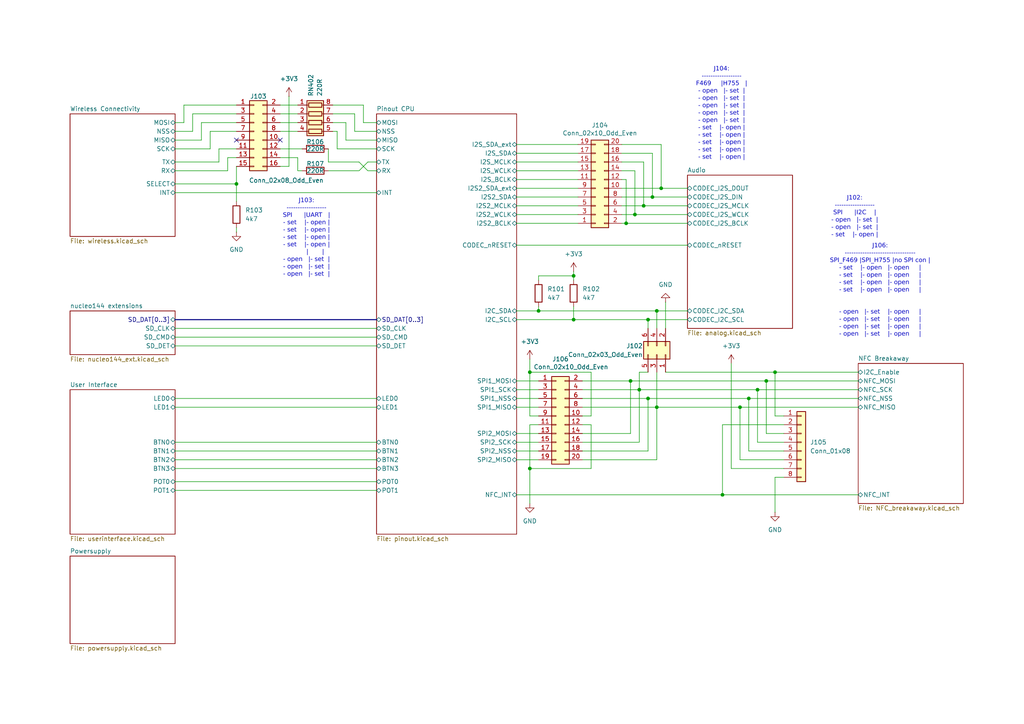
<source format=kicad_sch>
(kicad_sch (version 20250114) (generator "eeschema") (generator_version "9.0")
  (paper "A4")
  (title_block (title "Voicemail-Box Shield") (date "2025-03-12"))
  (lib_symbols
    (symbol "+3V3_1" (power) (pin_numbers (hide yes)) (pin_names (offset 0) (hide yes))
      (property "Value" "+3V3" (at 0 3.556 0))
      (symbol "+3V3_1_0_1"
        (polyline (pts (xy -0.762 1.27) (xy 0 2.54)))
        (polyline (pts (xy 0 2.54) (xy 0.762 1.27)))
        (polyline (pts (xy 0 0) (xy 0 2.54)))
      )
      (symbol "+3V3_1_1_1"
        (pin power_in line (at 0 0 90) (length 0) (name "~") (number "1"))
      )
    )
    (symbol "Connector_Generic:Conn_01x08" (pin_names (offset 1.016) (hide yes))
      (property "Reference" "J" (at 0 10.16 0))
      (property "Value" "Conn_01x08" (at 0 -12.7 0))
      (symbol "Conn_01x08_1_1"
        (rectangle (start -1.27 8.89) (end 1.27 -11.43) (stroke (width 0.254)) (fill (type background)))
        (rectangle (start -1.27 7.747) (end 0 7.493) (stroke (width 0.1524)))
        (rectangle (start -1.27 5.207) (end 0 4.953) (stroke (width 0.1524)))
        (rectangle (start -1.27 2.667) (end 0 2.413) (stroke (width 0.1524)))
        (rectangle (start -1.27 0.127) (end 0 -0.127) (stroke (width 0.1524)))
        (rectangle (start -1.27 -2.413) (end 0 -2.667) (stroke (width 0.1524)))
        (rectangle (start -1.27 -4.953) (end 0 -5.207) (stroke (width 0.1524)))
        (rectangle (start -1.27 -7.493) (end 0 -7.747) (stroke (width 0.1524)))
        (rectangle (start -1.27 -10.033) (end 0 -10.287) (stroke (width 0.1524)))
        (pin passive line (at -5.08 7.62 0) (length 3.81) (name "Pin_1") (number "1"))
        (pin passive line (at -5.08 5.08 0) (length 3.81) (name "Pin_2") (number "2"))
        (pin passive line (at -5.08 2.54 0) (length 3.81) (name "Pin_3") (number "3"))
        (pin passive line (at -5.08 0 0) (length 3.81) (name "Pin_4") (number "4"))
        (pin passive line (at -5.08 -2.54 0) (length 3.81) (name "Pin_5") (number "5"))
        (pin passive line (at -5.08 -5.08 0) (length 3.81) (name "Pin_6") (number "6"))
        (pin passive line (at -5.08 -7.62 0) (length 3.81) (name "Pin_7") (number "7"))
        (pin passive line (at -5.08 -10.16 0) (length 3.81) (name "Pin_8") (number "8"))
      )
    )
    (symbol "Connector_Generic:Conn_02x03_Odd_Even" (pin_names (offset 1.016) (hide yes))
      (property "Reference" "J" (at 1.27 5.08 0))
      (property "Value" "Conn_02x03_Odd_Even" (at 1.27 -5.08 0))
      (symbol "Conn_02x03_Odd_Even_1_1"
        (rectangle (start -1.27 3.81) (end 3.81 -3.81) (stroke (width 0.254)) (fill (type background)))
        (rectangle (start -1.27 2.667) (end 0 2.413) (stroke (width 0.1524)))
        (rectangle (start -1.27 0.127) (end 0 -0.127) (stroke (width 0.1524)))
        (rectangle (start -1.27 -2.413) (end 0 -2.667) (stroke (width 0.1524)))
        (rectangle (start 3.81 2.667) (end 2.54 2.413) (stroke (width 0.1524)))
        (rectangle (start 3.81 0.127) (end 2.54 -0.127) (stroke (width 0.1524)))
        (rectangle (start 3.81 -2.413) (end 2.54 -2.667) (stroke (width 0.1524)))
        (pin passive line (at -5.08 2.54 0) (length 3.81) (name "Pin_1") (number "1"))
        (pin passive line (at -5.08 0 0) (length 3.81) (name "Pin_3") (number "3"))
        (pin passive line (at -5.08 -2.54 0) (length 3.81) (name "Pin_5") (number "5"))
        (pin passive line (at 7.62 2.54 180) (length 3.81) (name "Pin_2") (number "2"))
        (pin passive line (at 7.62 0 180) (length 3.81) (name "Pin_4") (number "4"))
        (pin passive line (at 7.62 -2.54 180) (length 3.81) (name "Pin_6") (number "6"))
      )
    )
    (symbol "Connector_Generic:Conn_02x08_Odd_Even" (pin_names (offset 1.016) (hide yes))
      (property "Reference" "J" (at 1.27 10.16 0))
      (property "Value" "Conn_02x08_Odd_Even" (at 1.27 -12.7 0))
      (symbol "Conn_02x08_Odd_Even_1_1"
        (rectangle (start -1.27 8.89) (end 3.81 -11.43) (stroke (width 0.254)) (fill (type background)))
        (rectangle (start -1.27 7.747) (end 0 7.493) (stroke (width 0.1524)))
        (rectangle (start -1.27 5.207) (end 0 4.953) (stroke (width 0.1524)))
        (rectangle (start -1.27 2.667) (end 0 2.413) (stroke (width 0.1524)))
        (rectangle (start -1.27 0.127) (end 0 -0.127) (stroke (width 0.1524)))
        (rectangle (start -1.27 -2.413) (end 0 -2.667) (stroke (width 0.1524)))
        (rectangle (start -1.27 -4.953) (end 0 -5.207) (stroke (width 0.1524)))
        (rectangle (start -1.27 -7.493) (end 0 -7.747) (stroke (width 0.1524)))
        (rectangle (start -1.27 -10.033) (end 0 -10.287) (stroke (width 0.1524)))
        (rectangle (start 3.81 7.747) (end 2.54 7.493) (stroke (width 0.1524)))
        (rectangle (start 3.81 5.207) (end 2.54 4.953) (stroke (width 0.1524)))
        (rectangle (start 3.81 2.667) (end 2.54 2.413) (stroke (width 0.1524)))
        (rectangle (start 3.81 0.127) (end 2.54 -0.127) (stroke (width 0.1524)))
        (rectangle (start 3.81 -2.413) (end 2.54 -2.667) (stroke (width 0.1524)))
        (rectangle (start 3.81 -4.953) (end 2.54 -5.207) (stroke (width 0.1524)))
        (rectangle (start 3.81 -7.493) (end 2.54 -7.747) (stroke (width 0.1524)))
        (rectangle (start 3.81 -10.033) (end 2.54 -10.287) (stroke (width 0.1524)))
        (pin passive line (at -5.08 7.62 0) (length 3.81) (name "Pin_1") (number "1"))
        (pin passive line (at -5.08 5.08 0) (length 3.81) (name "Pin_3") (number "3"))
        (pin passive line (at -5.08 2.54 0) (length 3.81) (name "Pin_5") (number "5"))
        (pin passive line (at -5.08 0 0) (length 3.81) (name "Pin_7") (number "7"))
        (pin passive line (at -5.08 -2.54 0) (length 3.81) (name "Pin_9") (number "9"))
        (pin passive line (at -5.08 -5.08 0) (length 3.81) (name "Pin_11") (number "11"))
        (pin passive line (at -5.08 -7.62 0) (length 3.81) (name "Pin_13") (number "13"))
        (pin passive line (at -5.08 -10.16 0) (length 3.81) (name "Pin_15") (number "15"))
        (pin passive line (at 7.62 7.62 180) (length 3.81) (name "Pin_2") (number "2"))
        (pin passive line (at 7.62 5.08 180) (length 3.81) (name "Pin_4") (number "4"))
        (pin passive line (at 7.62 2.54 180) (length 3.81) (name "Pin_6") (number "6"))
        (pin passive line (at 7.62 0 180) (length 3.81) (name "Pin_8") (number "8"))
        (pin passive line (at 7.62 -2.54 180) (length 3.81) (name "Pin_10") (number "10"))
        (pin passive line (at 7.62 -5.08 180) (length 3.81) (name "Pin_12") (number "12"))
        (pin passive line (at 7.62 -7.62 180) (length 3.81) (name "Pin_14") (number "14"))
        (pin passive line (at 7.62 -10.16 180) (length 3.81) (name "Pin_16") (number "16"))
      )
    )
    (symbol "Connector_Generic:Conn_02x10_Odd_Even" (pin_names (offset 1.016) (hide yes))
      (property "Reference" "J" (at 1.27 12.7 0))
      (property "Value" "Conn_02x10_Odd_Even" (at 1.27 -15.24 0))
      (symbol "Conn_02x10_Odd_Even_1_1"
        (rectangle (start -1.27 11.43) (end 3.81 -13.97) (stroke (width 0.254)) (fill (type background)))
        (rectangle (start -1.27 10.287) (end 0 10.033) (stroke (width 0.1524)))
        (rectangle (start -1.27 7.747) (end 0 7.493) (stroke (width 0.1524)))
        (rectangle (start -1.27 5.207) (end 0 4.953) (stroke (width 0.1524)))
        (rectangle (start -1.27 2.667) (end 0 2.413) (stroke (width 0.1524)))
        (rectangle (start -1.27 0.127) (end 0 -0.127) (stroke (width 0.1524)))
        (rectangle (start -1.27 -2.413) (end 0 -2.667) (stroke (width 0.1524)))
        (rectangle (start -1.27 -4.953) (end 0 -5.207) (stroke (width 0.1524)))
        (rectangle (start -1.27 -7.493) (end 0 -7.747) (stroke (width 0.1524)))
        (rectangle (start -1.27 -10.033) (end 0 -10.287) (stroke (width 0.1524)))
        (rectangle (start -1.27 -12.573) (end 0 -12.827) (stroke (width 0.1524)))
        (rectangle (start 3.81 10.287) (end 2.54 10.033) (stroke (width 0.1524)))
        (rectangle (start 3.81 7.747) (end 2.54 7.493) (stroke (width 0.1524)))
        (rectangle (start 3.81 5.207) (end 2.54 4.953) (stroke (width 0.1524)))
        (rectangle (start 3.81 2.667) (end 2.54 2.413) (stroke (width 0.1524)))
        (rectangle (start 3.81 0.127) (end 2.54 -0.127) (stroke (width 0.1524)))
        (rectangle (start 3.81 -2.413) (end 2.54 -2.667) (stroke (width 0.1524)))
        (rectangle (start 3.81 -4.953) (end 2.54 -5.207) (stroke (width 0.1524)))
        (rectangle (start 3.81 -7.493) (end 2.54 -7.747) (stroke (width 0.1524)))
        (rectangle (start 3.81 -10.033) (end 2.54 -10.287) (stroke (width 0.1524)))
        (rectangle (start 3.81 -12.573) (end 2.54 -12.827) (stroke (width 0.1524)))
        (pin passive line (at -5.08 10.16 0) (length 3.81) (name "Pin_1") (number "1"))
        (pin passive line (at -5.08 7.62 0) (length 3.81) (name "Pin_3") (number "3"))
        (pin passive line (at -5.08 5.08 0) (length 3.81) (name "Pin_5") (number "5"))
        (pin passive line (at -5.08 2.54 0) (length 3.81) (name "Pin_7") (number "7"))
        (pin passive line (at -5.08 0 0) (length 3.81) (name "Pin_9") (number "9"))
        (pin passive line (at -5.08 -2.54 0) (length 3.81) (name "Pin_11") (number "11"))
        (pin passive line (at -5.08 -5.08 0) (length 3.81) (name "Pin_13") (number "13"))
        (pin passive line (at -5.08 -7.62 0) (length 3.81) (name "Pin_15") (number "15"))
        (pin passive line (at -5.08 -10.16 0) (length 3.81) (name "Pin_17") (number "17"))
        (pin passive line (at -5.08 -12.7 0) (length 3.81) (name "Pin_19") (number "19"))
        (pin passive line (at 7.62 10.16 180) (length 3.81) (name "Pin_2") (number "2"))
        (pin passive line (at 7.62 7.62 180) (length 3.81) (name "Pin_4") (number "4"))
        (pin passive line (at 7.62 5.08 180) (length 3.81) (name "Pin_6") (number "6"))
        (pin passive line (at 7.62 2.54 180) (length 3.81) (name "Pin_8") (number "8"))
        (pin passive line (at 7.62 0 180) (length 3.81) (name "Pin_10") (number "10"))
        (pin passive line (at 7.62 -2.54 180) (length 3.81) (name "Pin_12") (number "12"))
        (pin passive line (at 7.62 -5.08 180) (length 3.81) (name "Pin_14") (number "14"))
        (pin passive line (at 7.62 -7.62 180) (length 3.81) (name "Pin_16") (number "16"))
        (pin passive line (at 7.62 -10.16 180) (length 3.81) (name "Pin_18") (number "18"))
        (pin passive line (at 7.62 -12.7 180) (length 3.81) (name "Pin_20") (number "20"))
      )
    )
    (symbol "Device:R" (pin_numbers (hide yes)) (pin_names (offset 0))
      (property "Reference" "R" (at 2.032 0 90))
      (property "Value" "R" (at 0 0 90))
      (symbol "R_0_1"
        (rectangle (start -1.016 -2.54) (end 1.016 2.54) (stroke (width 0.254)))
      )
      (symbol "R_1_1"
        (pin passive line (at 0 3.81 270) (length 1.27) (name "~") (number "1"))
        (pin passive line (at 0 -3.81 90) (length 1.27) (name "~") (number "2"))
      )
    )
    (symbol "Device:R_Pack04" (pin_names (offset 0) (hide yes))
      (property "Reference" "RN" (at -7.62 0 90))
      (property "Value" "R_Pack04" (at 5.08 0 90))
      (symbol "R_Pack04_0_1"
        (rectangle (start -6.35 -2.413) (end 3.81 2.413) (stroke (width 0.254)) (fill (type background)))
        (rectangle (start -5.715 1.905) (end -4.445 -1.905) (stroke (width 0.254)))
        (polyline (pts (xy -5.08 1.905) (xy -5.08 2.54)))
        (polyline (pts (xy -5.08 -2.54) (xy -5.08 -1.905)))
        (rectangle (start -3.175 1.905) (end -1.905 -1.905) (stroke (width 0.254)))
        (polyline (pts (xy -2.54 1.905) (xy -2.54 2.54)))
        (polyline (pts (xy -2.54 -2.54) (xy -2.54 -1.905)))
        (rectangle (start -0.635 1.905) (end 0.635 -1.905) (stroke (width 0.254)))
        (polyline (pts (xy 0 1.905) (xy 0 2.54)))
        (polyline (pts (xy 0 -2.54) (xy 0 -1.905)))
        (rectangle (start 1.905 1.905) (end 3.175 -1.905) (stroke (width 0.254)))
        (polyline (pts (xy 2.54 1.905) (xy 2.54 2.54)))
        (polyline (pts (xy 2.54 -2.54) (xy 2.54 -1.905)))
      )
      (symbol "R_Pack04_1_1"
        (pin passive line (at -5.08 5.08 270) (length 2.54) (name "R1.2") (number "8"))
        (pin passive line (at -5.08 -5.08 90) (length 2.54) (name "R1.1") (number "1"))
        (pin passive line (at -2.54 5.08 270) (length 2.54) (name "R2.2") (number "7"))
        (pin passive line (at -2.54 -5.08 90) (length 2.54) (name "R2.1") (number "2"))
        (pin passive line (at 0 5.08 270) (length 2.54) (name "R3.2") (number "6"))
        (pin passive line (at 0 -5.08 90) (length 2.54) (name "R3.1") (number "3"))
        (pin passive line (at 2.54 5.08 270) (length 2.54) (name "R4.2") (number "5"))
        (pin passive line (at 2.54 -5.08 90) (length 2.54) (name "R4.1") (number "4"))
      )
    )
    (symbol "GND_1" (power) (pin_numbers (hide yes)) (pin_names (offset 0) (hide yes))
      (property "Value" "GND" (at 0 -3.81 0))
      (symbol "GND_1_0_1"
        (polyline (pts (xy 0 0) (xy 0 -1.27) (xy 1.27 -1.27) (xy 0 -2.54) (xy -1.27 -1.27) (xy 0 -1.27)))
      )
      (symbol "GND_1_1_1"
        (pin power_in line (at 0 0 270) (length 0) (name "~") (number "1"))
      )
    )
  )
  (text "J102:\n------------------\nSPI      |I2C    |\n- open   |- set  |\n- open   |- set  |\n- set    |- open |\n" (at 247.904 63.246 0) (effects (font (size 1.27 1.27))))
  (text "J103:\n------------------\nSPI      |UART   |\n- set    |- open |\n- set    |- open |\n- set    |- open |\n- set    |- open |\n         |       |\n- open   |- set  |\n- open   |- set  |\n- open   |- set  |\n" (at 88.9 69.342 0) (effects (font (size 1.27 1.27))))
  (text "J104:\n------------------\nF469     |H755   |\n- open   |- set  |\n- open   |- set  |\n- open   |- set  |\n- open   |- set  |\n- open   |- set  |\n- set    |- open |\n- set    |- open |\n- set    |- open |\n- set    |- open |\n- set    |- open |\n" (at 209.296 33.274 0) (effects (font (size 1.27 1.27))))
  (text "J106:\n--------------------------------\nSPI_F469 |SPI_H755 |no SPI con |\n- set    |- open   |- open     |\n- set    |- open   |- open     |\n- set    |- open   |- open     |\n- set    |- open   |- open     |\n\n\n- open   |- set    |- open     |\n- open   |- set    |- open     |\n- open   |- set    |- open     |\n- open   |- set    |- open     |" (at 255.27 84.582 0) (effects (font (size 1.27 1.27))))
  (junction (at 182.88 110.49))
  (junction (at 187.96 115.57))
  (junction (at 186.69 59.69))
  (junction (at 219.71 113.03))
  (junction (at 181.61 64.77))
  (junction (at 166.37 92.71))
  (junction (at 214.63 118.11))
  (junction (at 189.23 57.15))
  (junction (at 68.58 53.34))
  (junction (at 209.55 143.51))
  (junction (at 153.67 107.95))
  (junction (at 224.79 107.95))
  (junction (at 187.96 92.71))
  (junction (at 185.42 113.03))
  (junction (at 153.67 135.89))
  (junction (at 184.15 62.23))
  (junction (at 166.37 80.01))
  (junction (at 190.5 118.11))
  (junction (at 191.77 54.61))
  (junction (at 217.17 115.57))
  (junction (at 222.25 110.49))
  (junction (at 156.21 90.17))
  (junction (at 190.5 90.17))
  (no_connect (at 81.28 40.64))
  (no_connect (at 68.58 40.64))
  (wire (pts (xy 149.86 44.45) (xy 167.64 44.45)))
  (wire (pts (xy 166.37 78.74) (xy 166.37 80.01)))
  (wire (pts (xy 180.34 41.91) (xy 191.77 41.91)))
  (wire (pts (xy 168.91 115.57) (xy 187.96 115.57)))
  (wire (pts (xy 222.25 125.73) (xy 222.25 110.49)))
  (wire (pts (xy 224.79 138.43) (xy 224.79 148.59)))
  (wire (pts (xy 191.77 54.61) (xy 199.39 54.61)))
  (wire (pts (xy 209.55 123.19) (xy 209.55 143.51)))
  (wire (pts (xy 168.91 113.03) (xy 185.42 113.03)))
  (wire (pts (xy 60.96 43.18) (xy 60.96 38.1)))
  (wire (pts (xy 63.5 43.18) (xy 68.58 43.18)))
  (wire (pts (xy 166.37 92.71) (xy 187.96 92.71)))
  (wire (pts (xy 224.79 120.65) (xy 224.79 107.95)))
  (wire (pts (xy 149.86 125.73) (xy 156.21 125.73)))
  (wire (pts (xy 222.25 110.49) (xy 248.92 110.49)))
  (wire (pts (xy 227.33 133.35) (xy 214.63 133.35)))
  (wire (pts (xy 219.71 113.03) (xy 248.92 113.03)))
  (wire (pts (xy 187.96 130.81) (xy 187.96 115.57)))
  (wire (pts (xy 96.52 33.02) (xy 102.87 33.02)))
  (wire (pts (xy 193.04 107.95) (xy 224.79 107.95)))
  (wire (pts (xy 181.61 52.07) (xy 181.61 64.77)))
  (wire (pts (xy 149.86 118.11) (xy 156.21 118.11)))
  (wire (pts (xy 156.21 123.19) (xy 153.67 123.19)))
  (wire (pts (xy 50.8 130.81) (xy 109.22 130.81)))
  (wire (pts (xy 153.67 104.14) (xy 153.67 107.95)))
  (wire (pts (xy 227.33 128.27) (xy 219.71 128.27)))
  (wire (pts (xy 106.68 49.53) (xy 109.22 49.53)))
  (wire (pts (xy 149.86 64.77) (xy 167.64 64.77)))
  (wire (pts (xy 168.91 125.73) (xy 182.88 125.73)))
  (wire (pts (xy 184.15 49.53) (xy 184.15 62.23)))
  (wire (pts (xy 50.8 40.64) (xy 58.42 40.64)))
  (wire (pts (xy 184.15 62.23) (xy 199.39 62.23)))
  (wire (pts (xy 153.67 123.19) (xy 153.67 135.89)))
  (wire (pts (xy 171.45 135.89) (xy 153.67 135.89)))
  (bus (pts (xy 50.8 92.71) (xy 109.22 92.71)))
  (wire (pts (xy 227.33 135.89) (xy 212.09 135.89)))
  (wire (pts (xy 104.14 46.99) (xy 95.25 46.99)))
  (wire (pts (xy 171.45 120.65) (xy 171.45 107.95)))
  (wire (pts (xy 219.71 128.27) (xy 219.71 113.03)))
  (wire (pts (xy 168.91 123.19) (xy 171.45 123.19)))
  (wire (pts (xy 149.86 130.81) (xy 156.21 130.81)))
  (wire (pts (xy 149.86 59.69) (xy 167.64 59.69)))
  (wire (pts (xy 58.42 35.56) (xy 68.58 35.56)))
  (wire (pts (xy 50.8 46.99) (xy 63.5 46.99)))
  (wire (pts (xy 109.22 40.64) (xy 100.33 40.64)))
  (wire (pts (xy 149.86 128.27) (xy 156.21 128.27)))
  (wire (pts (xy 180.34 57.15) (xy 189.23 57.15)))
  (wire (pts (xy 187.96 92.71) (xy 199.39 92.71)))
  (wire (pts (xy 50.8 118.11) (xy 109.22 118.11)))
  (wire (pts (xy 81.28 48.26) (xy 83.82 48.26)))
  (wire (pts (xy 181.61 64.77) (xy 199.39 64.77)))
  (wire (pts (xy 214.63 133.35) (xy 214.63 118.11)))
  (wire (pts (xy 96.52 38.1) (xy 97.79 38.1)))
  (wire (pts (xy 96.52 35.56) (xy 100.33 35.56)))
  (wire (pts (xy 149.86 90.17) (xy 156.21 90.17)))
  (wire (pts (xy 68.58 45.72) (xy 66.04 45.72)))
  (wire (pts (xy 227.33 125.73) (xy 222.25 125.73)))
  (wire (pts (xy 180.34 52.07) (xy 181.61 52.07)))
  (wire (pts (xy 104.14 49.53) (xy 106.68 46.99)))
  (wire (pts (xy 149.86 52.07) (xy 167.64 52.07)))
  (wire (pts (xy 50.8 53.34) (xy 68.58 53.34)))
  (wire (pts (xy 81.28 38.1) (xy 86.36 38.1)))
  (wire (pts (xy 149.86 41.91) (xy 167.64 41.91)))
  (wire (pts (xy 50.8 135.89) (xy 109.22 135.89)))
  (wire (pts (xy 149.86 49.53) (xy 167.64 49.53)))
  (wire (pts (xy 50.8 142.24) (xy 109.22 142.24)))
  (wire (pts (xy 81.28 45.72) (xy 86.36 45.72)))
  (wire (pts (xy 81.28 30.48) (xy 86.36 30.48)))
  (wire (pts (xy 168.91 128.27) (xy 185.42 128.27)))
  (wire (pts (xy 68.58 48.26) (xy 68.58 53.34)))
  (wire (pts (xy 217.17 115.57) (xy 248.92 115.57)))
  (wire (pts (xy 149.86 133.35) (xy 156.21 133.35)))
  (wire (pts (xy 50.8 95.25) (xy 109.22 95.25)))
  (wire (pts (xy 81.28 43.18) (xy 87.63 43.18)))
  (wire (pts (xy 190.5 118.11) (xy 190.5 133.35)))
  (wire (pts (xy 227.33 120.65) (xy 224.79 120.65)))
  (wire (pts (xy 102.87 33.02) (xy 102.87 38.1)))
  (wire (pts (xy 50.8 49.53) (xy 66.04 49.53)))
  (wire (pts (xy 185.42 107.95) (xy 185.42 113.03)))
  (wire (pts (xy 193.04 95.25) (xy 193.04 87.63)))
  (wire (pts (xy 182.88 125.73) (xy 182.88 110.49)))
  (wire (pts (xy 149.86 57.15) (xy 167.64 57.15)))
  (wire (pts (xy 97.79 38.1) (xy 97.79 43.18)))
  (wire (pts (xy 149.86 92.71) (xy 166.37 92.71)))
  (wire (pts (xy 66.04 45.72) (xy 66.04 49.53)))
  (wire (pts (xy 186.69 46.99) (xy 186.69 59.69)))
  (wire (pts (xy 102.87 38.1) (xy 109.22 38.1)))
  (wire (pts (xy 95.25 49.53) (xy 104.14 49.53)))
  (wire (pts (xy 68.58 53.34) (xy 68.58 58.42)))
  (wire (pts (xy 50.8 115.57) (xy 109.22 115.57)))
  (wire (pts (xy 156.21 90.17) (xy 190.5 90.17)))
  (wire (pts (xy 149.86 71.12) (xy 199.39 71.12)))
  (wire (pts (xy 149.86 110.49) (xy 156.21 110.49)))
  (wire (pts (xy 53.34 35.56) (xy 53.34 30.48)))
  (wire (pts (xy 60.96 38.1) (xy 68.58 38.1)))
  (wire (pts (xy 95.25 46.99) (xy 95.25 43.18)))
  (wire (pts (xy 180.34 44.45) (xy 189.23 44.45)))
  (wire (pts (xy 50.8 128.27) (xy 109.22 128.27)))
  (wire (pts (xy 187.96 107.95) (xy 185.42 107.95)))
  (wire (pts (xy 53.34 30.48) (xy 68.58 30.48)))
  (wire (pts (xy 156.21 120.65) (xy 153.67 120.65)))
  (wire (pts (xy 190.5 90.17) (xy 190.5 95.25)))
  (wire (pts (xy 68.58 66.04) (xy 68.58 67.31)))
  (wire (pts (xy 190.5 118.11) (xy 214.63 118.11)))
  (wire (pts (xy 187.96 92.71) (xy 187.96 95.25)))
  (wire (pts (xy 81.28 35.56) (xy 86.36 35.56)))
  (wire (pts (xy 189.23 44.45) (xy 189.23 57.15)))
  (wire (pts (xy 50.8 35.56) (xy 53.34 35.56)))
  (wire (pts (xy 50.8 43.18) (xy 60.96 43.18)))
  (wire (pts (xy 168.91 118.11) (xy 190.5 118.11)))
  (wire (pts (xy 106.68 46.99) (xy 109.22 46.99)))
  (wire (pts (xy 180.34 64.77) (xy 181.61 64.77)))
  (wire (pts (xy 189.23 57.15) (xy 199.39 57.15)))
  (wire (pts (xy 168.91 133.35) (xy 190.5 133.35)))
  (wire (pts (xy 50.8 133.35) (xy 109.22 133.35)))
  (wire (pts (xy 149.86 113.03) (xy 156.21 113.03)))
  (wire (pts (xy 186.69 59.69) (xy 199.39 59.69)))
  (wire (pts (xy 50.8 100.33) (xy 109.22 100.33)))
  (wire (pts (xy 55.88 38.1) (xy 55.88 33.02)))
  (wire (pts (xy 214.63 118.11) (xy 248.92 118.11)))
  (wire (pts (xy 153.67 107.95) (xy 153.67 120.65)))
  (wire (pts (xy 50.8 139.7) (xy 109.22 139.7)))
  (wire (pts (xy 86.36 45.72) (xy 86.36 49.53)))
  (wire (pts (xy 227.33 130.81) (xy 217.17 130.81)))
  (wire (pts (xy 83.82 27.94) (xy 83.82 48.26)))
  (wire (pts (xy 168.91 110.49) (xy 182.88 110.49)))
  (wire (pts (xy 50.8 97.79) (xy 109.22 97.79)))
  (wire (pts (xy 166.37 80.01) (xy 166.37 81.28)))
  (wire (pts (xy 149.86 62.23) (xy 167.64 62.23)))
  (wire (pts (xy 180.34 49.53) (xy 184.15 49.53)))
  (wire (pts (xy 209.55 123.19) (xy 227.33 123.19)))
  (wire (pts (xy 180.34 62.23) (xy 184.15 62.23)))
  (wire (pts (xy 217.17 130.81) (xy 217.17 115.57)))
  (wire (pts (xy 191.77 41.91) (xy 191.77 54.61)))
  (wire (pts (xy 180.34 54.61) (xy 191.77 54.61)))
  (wire (pts (xy 224.79 107.95) (xy 248.92 107.95)))
  (wire (pts (xy 149.86 143.51) (xy 209.55 143.51)))
  (wire (pts (xy 190.5 90.17) (xy 199.39 90.17)))
  (wire (pts (xy 55.88 33.02) (xy 68.58 33.02)))
  (wire (pts (xy 149.86 54.61) (xy 167.64 54.61)))
  (wire (pts (xy 182.88 110.49) (xy 222.25 110.49)))
  (wire (pts (xy 63.5 46.99) (xy 63.5 43.18)))
  (wire (pts (xy 156.21 80.01) (xy 166.37 80.01)))
  (wire (pts (xy 180.34 59.69) (xy 186.69 59.69)))
  (wire (pts (xy 190.5 107.95) (xy 190.5 118.11)))
  (wire (pts (xy 97.79 43.18) (xy 109.22 43.18)))
  (wire (pts (xy 153.67 135.89) (xy 153.67 146.05)))
  (wire (pts (xy 50.8 55.88) (xy 109.22 55.88)))
  (wire (pts (xy 224.79 138.43) (xy 227.33 138.43)))
  (wire (pts (xy 156.21 88.9) (xy 156.21 90.17)))
  (wire (pts (xy 185.42 128.27) (xy 185.42 113.03)))
  (wire (pts (xy 100.33 40.64) (xy 100.33 35.56)))
  (wire (pts (xy 104.14 46.99) (xy 106.68 49.53)))
  (wire (pts (xy 109.22 35.56) (xy 105.41 35.56)))
  (wire (pts (xy 149.86 115.57) (xy 156.21 115.57)))
  (wire (pts (xy 171.45 123.19) (xy 171.45 135.89)))
  (wire (pts (xy 209.55 143.51) (xy 248.92 143.51)))
  (wire (pts (xy 58.42 40.64) (xy 58.42 35.56)))
  (wire (pts (xy 81.28 33.02) (xy 86.36 33.02)))
  (wire (pts (xy 105.41 35.56) (xy 105.41 30.48)))
  (wire (pts (xy 180.34 46.99) (xy 186.69 46.99)))
  (wire (pts (xy 168.91 120.65) (xy 171.45 120.65)))
  (wire (pts (xy 171.45 107.95) (xy 153.67 107.95)))
  (wire (pts (xy 187.96 115.57) (xy 217.17 115.57)))
  (wire (pts (xy 168.91 130.81) (xy 187.96 130.81)))
  (wire (pts (xy 50.8 38.1) (xy 55.88 38.1)))
  (wire (pts (xy 96.52 30.48) (xy 105.41 30.48)))
  (wire (pts (xy 156.21 81.28) (xy 156.21 80.01)))
  (wire (pts (xy 212.09 105.41) (xy 212.09 135.89)))
  (wire (pts (xy 149.86 46.99) (xy 167.64 46.99)))
  (wire (pts (xy 166.37 88.9) (xy 166.37 92.71)))
  (wire (pts (xy 86.36 49.53) (xy 87.63 49.53)))
  (wire (pts (xy 185.42 113.03) (xy 219.71 113.03)))
  (symbol (lib_name "GND_1") (lib_id "power:GND") (at 224.79 148.59 0) (unit 1)
    (property "Reference" "#PWR0214" (effects (hide yes)))
    (property "Value" "GND" (at 224.79 153.67 0))
    (property "Description" "Power symbol creates a global label with name \"GND\" , ground" (effects (hide yes)))
  )
  (symbol (lib_id "Device:R_Pack04") (at 91.44 35.56 270) (unit 1)
    (property "Reference" "RN402" (at 90.1699 27.94 0) (effects (justify right)))
    (property "Value" "220R" (at 92.7099 27.94 0) (effects (justify right)))
    (property "Footprint" "Resistor_SMD:R_Array_Convex_4x0603" (effects (hide yes)))
    (property "Description" "4 resistor network, parallel topology" (effects (hide yes)))
  )
  (symbol (lib_name "+3V3_1") (lib_id "power:+3V3") (at 212.09 105.41 0) (mirror y) (unit 1)
    (property "Reference" "#PWR0419" (effects (hide yes)))
    (property "Value" "+3V3" (at 212.09 100.33 0))
    (property "Description" "Power symbol creates a global label with name \"+3V3\"" (effects (hide yes)))
  )
  (symbol (lib_name "+3V3_1") (lib_id "power:+3V3") (at 83.82 27.94 0) (mirror y) (unit 1)
    (property "Reference" "#PWR0416" (effects (hide yes)))
    (property "Value" "+3V3" (at 83.82 22.86 0))
    (property "Description" "Power symbol creates a global label with name \"+3V3\"" (effects (hide yes)))
  )
  (symbol (lib_name "GND_1") (lib_id "power:GND") (at 68.58 67.31 0) (unit 1)
    (property "Reference" "#PWR0213" (effects (hide yes)))
    (property "Value" "GND" (at 68.58 72.39 0))
    (property "Description" "Power symbol creates a global label with name \"GND\" , ground" (effects (hide yes)))
  )
  (symbol (lib_name "+3V3_1") (lib_id "power:+3V3") (at 166.37 78.74 0) (mirror y) (unit 1)
    (property "Reference" "#PWR0417" (effects (hide yes)))
    (property "Value" "+3V3" (at 166.37 73.66 0))
    (property "Description" "Power symbol creates a global label with name \"+3V3\"" (effects (hide yes)))
  )
  (symbol (lib_id "Device:R") (at 156.21 85.09 0) (unit 1)
    (property "Reference" "R101" (at 158.75 83.8199 0) (effects (justify left)))
    (property "Value" "4k7" (at 158.75 86.3599 0) (effects (justify left)))
    (property "Footprint" "Resistor_SMD:R_0603_1608Metric_Pad0.98x0.95mm_HandSolder" (effects (hide yes)))
    (property "Description" "Resistor" (effects (hide yes)))
  )
  (symbol (lib_name "+3V3_1") (lib_id "power:+3V3") (at 153.67 104.14 0) (mirror y) (unit 1)
    (property "Reference" "#PWR0418" (effects (hide yes)))
    (property "Value" "+3V3" (at 153.67 99.06 0))
    (property "Description" "Power symbol creates a global label with name \"+3V3\"" (effects (hide yes)))
  )
  (symbol (lib_name "GND_1") (lib_id "power:GND") (at 153.67 146.05 0) (unit 1)
    (property "Reference" "#PWR0215" (effects (hide yes)))
    (property "Value" "GND" (at 153.67 151.13 0))
    (property "Description" "Power symbol creates a global label with name \"GND\" , ground" (effects (hide yes)))
  )
  (symbol (lib_id "Connector_Generic:Conn_01x08") (at 232.41 128.27 0) (unit 1)
    (property "Reference" "J105" (at 234.95 128.2699 0) (effects (justify left)))
    (property "Value" "Conn_01x08" (at 234.95 130.8099 0) (effects (justify left)))
    (property "Footprint" "Connector_PinHeader_2.54mm:PinHeader_1x08_P2.54mm_Vertical" (effects (hide yes)))
    (property "Description" "Generic connector, single row, 01x08, script generated (kicad-library-utils/schlib/autogen/connector/)" (effects (hide yes)))
  )
  (symbol (lib_name "GND_1") (lib_id "power:GND") (at 193.04 87.63 180) (unit 1)
    (property "Reference" "#PWR0212" (effects (hide yes)))
    (property "Value" "GND" (at 193.04 82.55 0))
    (property "Description" "Power symbol creates a global label with name \"GND\" , ground" (effects (hide yes)))
  )
  (symbol (lib_id "Device:R") (at 91.44 49.53 90) (unit 1)
    (property "Reference" "R107" (at 91.44 47.498 90))
    (property "Value" "220R" (at 91.44 49.53 90))
    (property "Footprint" "Resistor_SMD:R_0603_1608Metric_Pad0.98x0.95mm_HandSolder" (effects (hide yes)))
    (property "Description" "Resistor" (effects (hide yes)))
  )
  (symbol (lib_id "Connector_Generic:Conn_02x10_Odd_Even") (at 161.29 120.65 0) (unit 1)
    (property "Reference" "J106" (at 162.56 104.14 0))
    (property "Value" "Conn_02x10_Odd_Even" (at 165.608 106.426 0))
    (property "Footprint" "Connector_PinHeader_2.54mm:PinHeader_2x10_P2.54mm_Vertical" (effects (hide yes)))
    (property "Description" "Generic connector, double row, 02x10, odd/even pin numbering scheme (row 1 odd numbers, row 2 even numbers), script generated (kicad-library-utils/schlib/autogen/connector/)" (effects (hide yes)))
  )
  (symbol (lib_id "Device:R") (at 68.58 62.23 0) (unit 1)
    (property "Reference" "R103" (at 71.12 60.9599 0) (effects (justify left)))
    (property "Value" "4k7" (at 71.12 63.4999 0) (effects (justify left)))
    (property "Footprint" "PCM_4ms_Resistor:R_0603" (effects (hide yes)))
    (property "Description" "Resistor" (effects (hide yes)))
  )
  (symbol (lib_id "Device:R") (at 166.37 85.09 0) (unit 1)
    (property "Reference" "R102" (at 168.91 83.8199 0) (effects (justify left)))
    (property "Value" "4k7" (at 168.91 86.3599 0) (effects (justify left)))
    (property "Footprint" "Resistor_SMD:R_0603_1608Metric_Pad0.98x0.95mm_HandSolder" (effects (hide yes)))
    (property "Description" "Resistor" (effects (hide yes)))
  )
  (symbol (lib_id "Connector_Generic:Conn_02x03_Odd_Even") (at 190.5 102.87 270) (mirror x) (unit 1)
    (property "Reference" "J102" (at 186.436 100.33 90) (effects (justify right)))
    (property "Value" "Conn_02x03_Odd_Even" (at 186.436 102.87 90) (effects (justify right)))
    (property "Footprint" "Connector_PinHeader_2.54mm:PinHeader_2x03_P2.54mm_Vertical" (effects (hide yes)))
    (property "Description" "Generic connector, double row, 02x03, odd/even pin numbering scheme (row 1 odd numbers, row 2 even numbers), script generated (kicad-library-utils/schlib/autogen/connector/)" (effects (hide yes)))
  )
  (symbol (lib_id "Device:R") (at 91.44 43.18 90) (unit 1)
    (property "Reference" "R106" (at 91.44 41.148 90))
    (property "Value" "220R" (at 91.44 43.18 90))
    (property "Footprint" "Resistor_SMD:R_0603_1608Metric_Pad0.98x0.95mm_HandSolder" (effects (hide yes)))
    (property "Description" "Resistor" (effects (hide yes)))
  )
  (symbol (lib_id "Connector_Generic:Conn_02x10_Odd_Even") (at 172.72 54.61 0) (mirror x) (unit 1)
    (property "Reference" "J104" (at 173.99 36.322 0))
    (property "Value" "Conn_02x10_Odd_Even" (at 173.99 38.608 0))
    (property "Footprint" "Connector_PinHeader_2.54mm:PinHeader_2x10_P2.54mm_Vertical" (effects (hide yes)))
    (property "Description" "Generic connector, double row, 02x10, odd/even pin numbering scheme (row 1 odd numbers, row 2 even numbers), script generated (kicad-library-utils/schlib/autogen/connector/)" (effects (hide yes)))
  )
  (symbol (lib_id "Connector_Generic:Conn_02x08_Odd_Even") (at 73.66 38.1 0) (unit 1)
    (property "Reference" "J103" (at 74.93 27.94 0))
    (property "Value" "Conn_02x08_Odd_Even" (at 83.058 52.324 0))
    (property "Footprint" "Connector_PinHeader_2.54mm:PinHeader_2x08_P2.54mm_Vertical" (effects (hide yes)))
    (property "Description" "Generic connector, double row, 02x08, odd/even pin numbering scheme (row 1 odd numbers, row 2 even numbers), script generated (kicad-library-utils/schlib/autogen/connector/)" (effects (hide yes)))
  )
  (sheet (at 20.32 113.03) (size 30.48 41.91) (stroke (width 0.1524))
    (property "Sheetname" "User Interface" (at 20.32 112.3184 0) (effects (justify left bottom)))
    (property "Sheetfile" "userinterface.kicad_sch" (at 20.32 155.5246 0) (effects (justify left top)))
    (pin "LED0" bidirectional (at 50.8 115.57 0))
    (pin "BTN3" bidirectional (at 50.8 135.89 0))
    (pin "BTN1" bidirectional (at 50.8 130.81 0))
    (pin "BTN0" bidirectional (at 50.8 128.27 0))
    (pin "LED1" bidirectional (at 50.8 118.11 0))
    (pin "BTN2" bidirectional (at 50.8 133.35 0))
    (pin "POT1" bidirectional (at 50.8 142.24 0))
    (pin "POT0" bidirectional (at 50.8 139.7 0))
  )
  (sheet (at 199.39 50.8) (size 30.48 44.45) (stroke (width 0.1524))
    (property "Sheetname" "Audio" (at 199.39 50.0884 0) (effects (justify left bottom)))
    (property "Sheetfile" "analog.kicad_sch" (at 199.39 95.8346 0) (effects (justify left top)))
    (pin "CODEC_I2S_DOUT" bidirectional (at 199.39 54.61 180))
    (pin "CODEC_I2S_DIN" bidirectional (at 199.39 57.15 180))
    (pin "CODEC_nRESET" bidirectional (at 199.39 71.12 180))
    (pin "CODEC_I2S_MCLK" bidirectional (at 199.39 59.69 180))
    (pin "CODEC_I2S_WCLK" bidirectional (at 199.39 62.23 180))
    (pin "CODEC_I2C_SDA" bidirectional (at 199.39 90.17 180))
    (pin "CODEC_I2C_SCL" bidirectional (at 199.39 92.71 180))
    (pin "CODEC_I2S_BCLK" bidirectional (at 199.39 64.77 180))
  )
  (sheet (at 20.32 90.17) (size 30.48 12.7) (stroke (width 0.1524))
    (property "Sheetname" "nucleo144 extensions" (at 20.32 89.4584 0) (effects (justify left bottom)))
    (property "Sheetfile" "nucleo144_ext.kicad_sch" (at 20.32 103.4546 0) (effects (justify left top)))
    (pin "SD_CLK" bidirectional (at 50.8 95.25 0))
    (pin "SD_CMD" bidirectional (at 50.8 97.79 0))
    (pin "SD_DET" bidirectional (at 50.8 100.33 0))
    (pin "SD_DAT[0..3]" bidirectional (at 50.8 92.71 0))
  )
  (sheet (at 109.22 33.02) (size 40.64 121.92) (stroke (width 0.1524))
    (property "Sheetname" "Pinout CPU" (at 109.22 32.3084 0) (effects (justify left bottom)))
    (property "Sheetfile" "pinout.kicad_sch" (at 109.22 155.5246 0) (effects (justify left top)))
    (pin "SD_CLK" bidirectional (at 109.22 95.25 180))
    (pin "SD_DAT[0..3]" bidirectional (at 109.22 92.71 180))
    (pin "SD_CMD" bidirectional (at 109.22 97.79 180))
    (pin "SD_DET" bidirectional (at 109.22 100.33 180))
    (pin "SCK" bidirectional (at 109.22 43.18 180))
    (pin "MISO" bidirectional (at 109.22 40.64 180))
    (pin "RX" bidirectional (at 109.22 49.53 180))
    (pin "MOSI" bidirectional (at 109.22 35.56 180))
    (pin "TX" bidirectional (at 109.22 46.99 180))
    (pin "NSS" bidirectional (at 109.22 38.1 180))
    (pin "INT" bidirectional (at 109.22 55.88 180))
    (pin "I2S2_WCLK" bidirectional (at 149.86 62.23 0))
    (pin "I2C_SDA" bidirectional (at 149.86 90.17 0))
    (pin "I2S2_MCLK" bidirectional (at 149.86 59.69 0))
    (pin "I2S2_BCLK" bidirectional (at 149.86 64.77 0))
    (pin "SPI1_MOSI" bidirectional (at 149.86 110.49 0))
    (pin "CODEC_nRESET" bidirectional (at 149.86 71.12 0))
    (pin "SPI1_SCK" bidirectional (at 149.86 113.03 0))
    (pin "SPI1_NSS" bidirectional (at 149.86 115.57 0))
    (pin "I2S2_SDA_ext" bidirectional (at 149.86 54.61 0))
    (pin "I2C_SCL" bidirectional (at 149.86 92.71 0))
    (pin "I2S2_SDA" bidirectional (at 149.86 57.15 0))
    (pin "SPI1_MISO" bidirectional (at 149.86 118.11 0))
    (pin "NFC_INT" bidirectional (at 149.86 143.51 0))
    (pin "SPI2_NSS" bidirectional (at 149.86 130.81 0))
    (pin "SPI2_SCK" bidirectional (at 149.86 128.27 0))
    (pin "SPI2_MOSI" bidirectional (at 149.86 125.73 0))
    (pin "SPI2_MISO" bidirectional (at 149.86 133.35 0))
    (pin "I2S_WCLK" bidirectional (at 149.86 49.53 0))
    (pin "I2S_SDA_ext" bidirectional (at 149.86 41.91 0))
    (pin "I2S_BCLK" bidirectional (at 149.86 52.07 0))
    (pin "I2S_MCLK" bidirectional (at 149.86 46.99 0))
    (pin "I2S_SDA" bidirectional (at 149.86 44.45 0))
    (pin "BTN2" bidirectional (at 109.22 133.35 180))
    (pin "BTN3" bidirectional (at 109.22 135.89 180))
    (pin "LED1" bidirectional (at 109.22 118.11 180))
    (pin "BTN1" bidirectional (at 109.22 130.81 180))
    (pin "LED0" bidirectional (at 109.22 115.57 180))
    (pin "BTN0" bidirectional (at 109.22 128.27 180))
    (pin "POT1" bidirectional (at 109.22 142.24 180))
    (pin "POT0" bidirectional (at 109.22 139.7 180))
  )
  (sheet (at 20.32 33.02) (size 30.48 35.56) (stroke (width 0.1524))
    (property "Sheetname" "Wireless Connectivity" (at 20.32 32.3084 0) (effects (justify left bottom)))
    (property "Sheetfile" "wireless.kicad_sch" (at 20.32 69.1646 0) (effects (justify left top)))
    (pin "MOSI" bidirectional (at 50.8 35.56 0))
    (pin "NSS" bidirectional (at 50.8 38.1 0))
    (pin "MISO" bidirectional (at 50.8 40.64 0))
    (pin "SCK" bidirectional (at 50.8 43.18 0))
    (pin "TX" bidirectional (at 50.8 46.99 0))
    (pin "RX" bidirectional (at 50.8 49.53 0))
    (pin "SELECT" bidirectional (at 50.8 53.34 0))
    (pin "INT" bidirectional (at 50.8 55.88 0))
  )
  (sheet (at 20.32 161.29) (size 30.48 25.4) (stroke (width 0.1524))
    (property "Sheetname" "Powersupply" (at 20.32 160.5784 0) (effects (justify left bottom)))
    (property "Sheetfile" "powersupply.kicad_sch" (at 20.32 187.2746 0) (effects (justify left top)))
  )
  (sheet (at 248.92 105.41) (size 30.48 40.64) (stroke (width 0.1524))
    (property "Sheetname" "NFC Breakaway" (at 248.92 104.6984 0) (effects (justify left bottom)))
    (property "Sheetfile" "NFC_breakaway.kicad_sch" (at 248.92 146.6346 0) (effects (justify left top)))
    (pin "NFC_MOSI" bidirectional (at 248.92 110.49 180))
    (pin "NFC_SCK" bidirectional (at 248.92 113.03 180))
    (pin "NFC_NSS" bidirectional (at 248.92 115.57 180))
    (pin "NFC_INT" bidirectional (at 248.92 143.51 180))
    (pin "NFC_MISO" bidirectional (at 248.92 118.11 180))
    (pin "I2C_Enable" bidirectional (at 248.92 107.95 180))
  )
)
</source>
